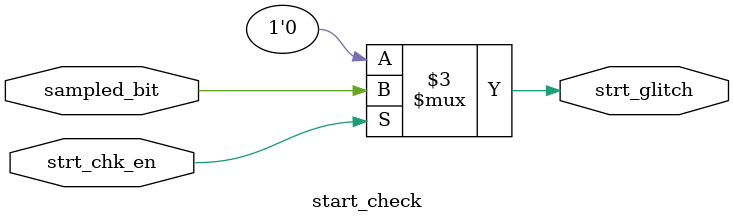
<source format=v>
module start_check (
	input wire strt_chk_en,
	input wire sampled_bit,
	output reg strt_glitch
	);


always @(*) begin
	if (strt_chk_en) begin
		strt_glitch=sampled_bit;
	end
	else begin
		strt_glitch=1'b0;
	end
end
endmodule
</source>
